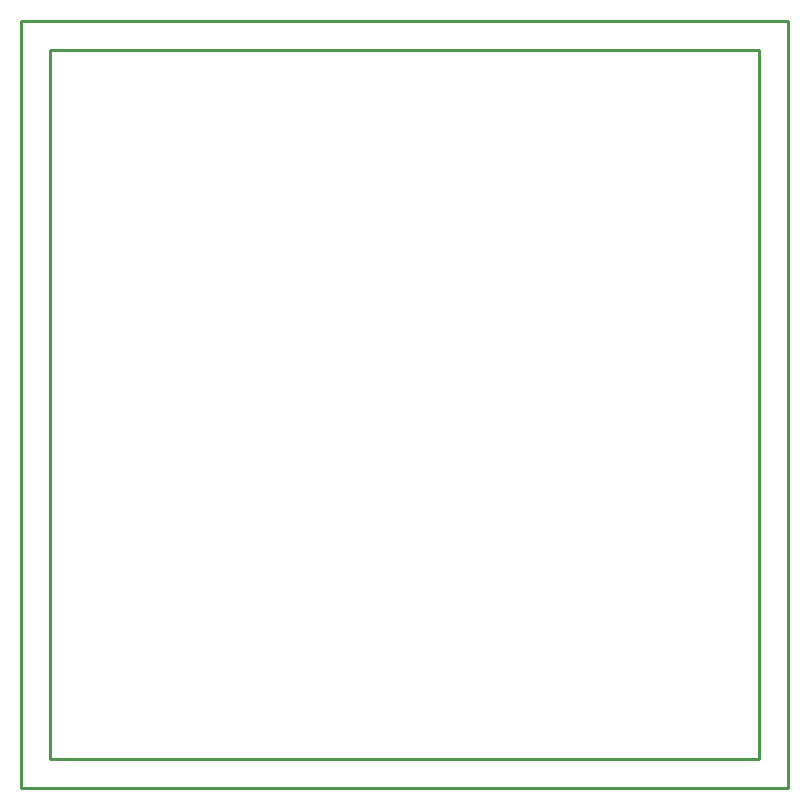
<source format=gbo>
G04 Layer: BottomSilkscreenLayer*
G04 EasyEDA v6.5.1, 2022-08-30 03:35:26*
G04 a67cddfb3fce44daa9051d46cbbcc19f,10*
G04 Gerber Generator version 0.2*
G04 Scale: 100 percent, Rotated: No, Reflected: No *
G04 Dimensions in millimeters *
G04 leading zeros omitted , absolute positions ,4 integer and 5 decimal *
%FSLAX45Y45*%
%MOMM*%

%ADD25C,0.2500*%

%LPD*%
D25*
X1999990Y8000004D02*
G01*
X7999989Y8000004D01*
X7999989Y2000006D01*
X1999990Y2000006D01*
X1999990Y8000004D01*
X1749999Y8250001D02*
G01*
X8250011Y8250001D01*
X8250011Y1749988D01*
X1749999Y1749988D01*
X1749999Y8250001D01*
M02*

</source>
